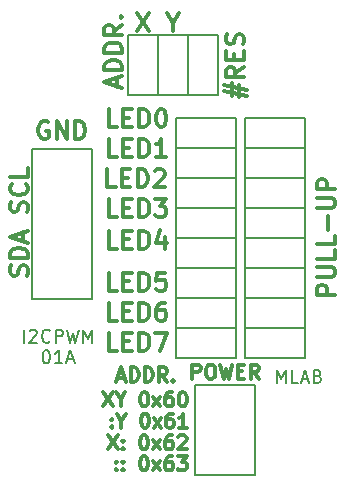
<source format=gbr>
G04 #@! TF.FileFunction,Legend,Top*
%FSLAX46Y46*%
G04 Gerber Fmt 4.6, Leading zero omitted, Abs format (unit mm)*
G04 Created by KiCad (PCBNEW 0.201505051231+5642~23~ubuntu14.04.1-product) date St 6. květen 2015, 10:49:02 CEST*
%MOMM*%
G01*
G04 APERTURE LIST*
%ADD10C,0.300000*%
%ADD11C,0.200000*%
%ADD12C,0.150000*%
G04 APERTURE END LIST*
D10*
D11*
X23312667Y8646381D02*
X23312667Y9746381D01*
X23679333Y8960667D01*
X24046000Y9746381D01*
X24046000Y8646381D01*
X25093619Y8646381D02*
X24569810Y8646381D01*
X24569810Y9746381D01*
X25407905Y8960667D02*
X25931714Y8960667D01*
X25303143Y8646381D02*
X25669810Y9746381D01*
X26036476Y8646381D01*
X26769809Y9222571D02*
X26926952Y9170190D01*
X26979333Y9117810D01*
X27031714Y9013048D01*
X27031714Y8855905D01*
X26979333Y8751143D01*
X26926952Y8698762D01*
X26822190Y8646381D01*
X26403143Y8646381D01*
X26403143Y9746381D01*
X26769809Y9746381D01*
X26874571Y9694000D01*
X26926952Y9641619D01*
X26979333Y9536857D01*
X26979333Y9432095D01*
X26926952Y9327333D01*
X26874571Y9274952D01*
X26769809Y9222571D01*
X26403143Y9222571D01*
D10*
X9795429Y16466429D02*
X9081143Y16466429D01*
X9081143Y17966429D01*
X10295429Y17252143D02*
X10795429Y17252143D01*
X11009715Y16466429D02*
X10295429Y16466429D01*
X10295429Y17966429D01*
X11009715Y17966429D01*
X11652572Y16466429D02*
X11652572Y17966429D01*
X12009715Y17966429D01*
X12224000Y17895000D01*
X12366858Y17752143D01*
X12438286Y17609286D01*
X12509715Y17323571D01*
X12509715Y17109286D01*
X12438286Y16823571D01*
X12366858Y16680714D01*
X12224000Y16537857D01*
X12009715Y16466429D01*
X11652572Y16466429D01*
X13866858Y17966429D02*
X13152572Y17966429D01*
X13081143Y17252143D01*
X13152572Y17323571D01*
X13295429Y17395000D01*
X13652572Y17395000D01*
X13795429Y17323571D01*
X13866858Y17252143D01*
X13938286Y17109286D01*
X13938286Y16752143D01*
X13866858Y16609286D01*
X13795429Y16537857D01*
X13652572Y16466429D01*
X13295429Y16466429D01*
X13152572Y16537857D01*
X13081143Y16609286D01*
D11*
X1894248Y12056381D02*
X1894248Y13156381D01*
X2365677Y13051619D02*
X2418058Y13104000D01*
X2522820Y13156381D01*
X2784724Y13156381D01*
X2889486Y13104000D01*
X2941867Y13051619D01*
X2994248Y12946857D01*
X2994248Y12842095D01*
X2941867Y12684952D01*
X2313296Y12056381D01*
X2994248Y12056381D01*
X4094248Y12161143D02*
X4041867Y12108762D01*
X3884724Y12056381D01*
X3779962Y12056381D01*
X3622820Y12108762D01*
X3518058Y12213524D01*
X3465677Y12318286D01*
X3413296Y12527810D01*
X3413296Y12684952D01*
X3465677Y12894476D01*
X3518058Y12999238D01*
X3622820Y13104000D01*
X3779962Y13156381D01*
X3884724Y13156381D01*
X4041867Y13104000D01*
X4094248Y13051619D01*
X4565677Y12056381D02*
X4565677Y13156381D01*
X4984724Y13156381D01*
X5089486Y13104000D01*
X5141867Y13051619D01*
X5194248Y12946857D01*
X5194248Y12789714D01*
X5141867Y12684952D01*
X5089486Y12632571D01*
X4984724Y12580190D01*
X4565677Y12580190D01*
X5560915Y13156381D02*
X5822820Y12056381D01*
X6032343Y12842095D01*
X6241867Y12056381D01*
X6503772Y13156381D01*
X6922820Y12056381D02*
X6922820Y13156381D01*
X7289486Y12370667D01*
X7656153Y13156381D01*
X7656153Y12056381D01*
X3727582Y11416381D02*
X3832343Y11416381D01*
X3937105Y11364000D01*
X3989486Y11311619D01*
X4041867Y11206857D01*
X4094248Y10997333D01*
X4094248Y10735429D01*
X4041867Y10525905D01*
X3989486Y10421143D01*
X3937105Y10368762D01*
X3832343Y10316381D01*
X3727582Y10316381D01*
X3622820Y10368762D01*
X3570439Y10421143D01*
X3518058Y10525905D01*
X3465677Y10735429D01*
X3465677Y10997333D01*
X3518058Y11206857D01*
X3570439Y11311619D01*
X3622820Y11364000D01*
X3727582Y11416381D01*
X5141867Y10316381D02*
X4513296Y10316381D01*
X4827582Y10316381D02*
X4827582Y11416381D01*
X4722820Y11259238D01*
X4618058Y11154476D01*
X4513296Y11102095D01*
X5560915Y10630667D02*
X6084724Y10630667D01*
X5456153Y10316381D02*
X5822820Y11416381D01*
X6189486Y10316381D01*
D10*
X9703570Y1349429D02*
X9760713Y1292286D01*
X9703570Y1235143D01*
X9646427Y1292286D01*
X9703570Y1349429D01*
X9703570Y1235143D01*
X9703570Y1978000D02*
X9760713Y1920857D01*
X9703570Y1863714D01*
X9646427Y1920857D01*
X9703570Y1978000D01*
X9703570Y1863714D01*
X10274999Y1349429D02*
X10332142Y1292286D01*
X10274999Y1235143D01*
X10217856Y1292286D01*
X10274999Y1349429D01*
X10274999Y1235143D01*
X10274999Y1978000D02*
X10332142Y1920857D01*
X10274999Y1863714D01*
X10217856Y1920857D01*
X10274999Y1978000D01*
X10274999Y1863714D01*
X11989286Y2435143D02*
X12103571Y2435143D01*
X12217857Y2378000D01*
X12275000Y2320857D01*
X12332143Y2206571D01*
X12389286Y1978000D01*
X12389286Y1692286D01*
X12332143Y1463714D01*
X12275000Y1349429D01*
X12217857Y1292286D01*
X12103571Y1235143D01*
X11989286Y1235143D01*
X11875000Y1292286D01*
X11817857Y1349429D01*
X11760714Y1463714D01*
X11703571Y1692286D01*
X11703571Y1978000D01*
X11760714Y2206571D01*
X11817857Y2320857D01*
X11875000Y2378000D01*
X11989286Y2435143D01*
X12789286Y1235143D02*
X13417857Y2035143D01*
X12789286Y2035143D02*
X13417857Y1235143D01*
X14389286Y2435143D02*
X14160715Y2435143D01*
X14046429Y2378000D01*
X13989286Y2320857D01*
X13875000Y2149429D01*
X13817857Y1920857D01*
X13817857Y1463714D01*
X13875000Y1349429D01*
X13932143Y1292286D01*
X14046429Y1235143D01*
X14275000Y1235143D01*
X14389286Y1292286D01*
X14446429Y1349429D01*
X14503572Y1463714D01*
X14503572Y1749429D01*
X14446429Y1863714D01*
X14389286Y1920857D01*
X14275000Y1978000D01*
X14046429Y1978000D01*
X13932143Y1920857D01*
X13875000Y1863714D01*
X13817857Y1749429D01*
X14903572Y2435143D02*
X15646429Y2435143D01*
X15246429Y1978000D01*
X15417857Y1978000D01*
X15532143Y1920857D01*
X15589286Y1863714D01*
X15646429Y1749429D01*
X15646429Y1463714D01*
X15589286Y1349429D01*
X15532143Y1292286D01*
X15417857Y1235143D01*
X15075000Y1235143D01*
X14960714Y1292286D01*
X14903572Y1349429D01*
X9017857Y4213143D02*
X9817857Y3013143D01*
X9817857Y4213143D02*
X9017857Y3013143D01*
X10274999Y3127429D02*
X10332142Y3070286D01*
X10274999Y3013143D01*
X10217856Y3070286D01*
X10274999Y3127429D01*
X10274999Y3013143D01*
X10274999Y3756000D02*
X10332142Y3698857D01*
X10274999Y3641714D01*
X10217856Y3698857D01*
X10274999Y3756000D01*
X10274999Y3641714D01*
X11989286Y4213143D02*
X12103571Y4213143D01*
X12217857Y4156000D01*
X12275000Y4098857D01*
X12332143Y3984571D01*
X12389286Y3756000D01*
X12389286Y3470286D01*
X12332143Y3241714D01*
X12275000Y3127429D01*
X12217857Y3070286D01*
X12103571Y3013143D01*
X11989286Y3013143D01*
X11875000Y3070286D01*
X11817857Y3127429D01*
X11760714Y3241714D01*
X11703571Y3470286D01*
X11703571Y3756000D01*
X11760714Y3984571D01*
X11817857Y4098857D01*
X11875000Y4156000D01*
X11989286Y4213143D01*
X12789286Y3013143D02*
X13417857Y3813143D01*
X12789286Y3813143D02*
X13417857Y3013143D01*
X14389286Y4213143D02*
X14160715Y4213143D01*
X14046429Y4156000D01*
X13989286Y4098857D01*
X13875000Y3927429D01*
X13817857Y3698857D01*
X13817857Y3241714D01*
X13875000Y3127429D01*
X13932143Y3070286D01*
X14046429Y3013143D01*
X14275000Y3013143D01*
X14389286Y3070286D01*
X14446429Y3127429D01*
X14503572Y3241714D01*
X14503572Y3527429D01*
X14446429Y3641714D01*
X14389286Y3698857D01*
X14275000Y3756000D01*
X14046429Y3756000D01*
X13932143Y3698857D01*
X13875000Y3641714D01*
X13817857Y3527429D01*
X14960714Y4098857D02*
X15017857Y4156000D01*
X15132143Y4213143D01*
X15417857Y4213143D01*
X15532143Y4156000D01*
X15589286Y4098857D01*
X15646429Y3984571D01*
X15646429Y3870286D01*
X15589286Y3698857D01*
X14903572Y3013143D01*
X15646429Y3013143D01*
X9322628Y4956229D02*
X9379771Y4899086D01*
X9322628Y4841943D01*
X9265485Y4899086D01*
X9322628Y4956229D01*
X9322628Y4841943D01*
X9322628Y5584800D02*
X9379771Y5527657D01*
X9322628Y5470514D01*
X9265485Y5527657D01*
X9322628Y5584800D01*
X9322628Y5470514D01*
X10122629Y5413371D02*
X10122629Y4841943D01*
X9722629Y6041943D02*
X10122629Y5413371D01*
X10522629Y6041943D01*
X12065486Y6041943D02*
X12179771Y6041943D01*
X12294057Y5984800D01*
X12351200Y5927657D01*
X12408343Y5813371D01*
X12465486Y5584800D01*
X12465486Y5299086D01*
X12408343Y5070514D01*
X12351200Y4956229D01*
X12294057Y4899086D01*
X12179771Y4841943D01*
X12065486Y4841943D01*
X11951200Y4899086D01*
X11894057Y4956229D01*
X11836914Y5070514D01*
X11779771Y5299086D01*
X11779771Y5584800D01*
X11836914Y5813371D01*
X11894057Y5927657D01*
X11951200Y5984800D01*
X12065486Y6041943D01*
X12865486Y4841943D02*
X13494057Y5641943D01*
X12865486Y5641943D02*
X13494057Y4841943D01*
X14465486Y6041943D02*
X14236915Y6041943D01*
X14122629Y5984800D01*
X14065486Y5927657D01*
X13951200Y5756229D01*
X13894057Y5527657D01*
X13894057Y5070514D01*
X13951200Y4956229D01*
X14008343Y4899086D01*
X14122629Y4841943D01*
X14351200Y4841943D01*
X14465486Y4899086D01*
X14522629Y4956229D01*
X14579772Y5070514D01*
X14579772Y5356229D01*
X14522629Y5470514D01*
X14465486Y5527657D01*
X14351200Y5584800D01*
X14122629Y5584800D01*
X14008343Y5527657D01*
X13951200Y5470514D01*
X13894057Y5356229D01*
X15722629Y4841943D02*
X15036914Y4841943D01*
X15379772Y4841943D02*
X15379772Y6041943D01*
X15265486Y5870514D01*
X15151200Y5756229D01*
X15036914Y5699086D01*
X8586115Y7870743D02*
X9386115Y6670743D01*
X9386115Y7870743D02*
X8586115Y6670743D01*
X10071829Y7242171D02*
X10071829Y6670743D01*
X9671829Y7870743D02*
X10071829Y7242171D01*
X10471829Y7870743D01*
X12014686Y7870743D02*
X12128971Y7870743D01*
X12243257Y7813600D01*
X12300400Y7756457D01*
X12357543Y7642171D01*
X12414686Y7413600D01*
X12414686Y7127886D01*
X12357543Y6899314D01*
X12300400Y6785029D01*
X12243257Y6727886D01*
X12128971Y6670743D01*
X12014686Y6670743D01*
X11900400Y6727886D01*
X11843257Y6785029D01*
X11786114Y6899314D01*
X11728971Y7127886D01*
X11728971Y7413600D01*
X11786114Y7642171D01*
X11843257Y7756457D01*
X11900400Y7813600D01*
X12014686Y7870743D01*
X12814686Y6670743D02*
X13443257Y7470743D01*
X12814686Y7470743D02*
X13443257Y6670743D01*
X14414686Y7870743D02*
X14186115Y7870743D01*
X14071829Y7813600D01*
X14014686Y7756457D01*
X13900400Y7585029D01*
X13843257Y7356457D01*
X13843257Y6899314D01*
X13900400Y6785029D01*
X13957543Y6727886D01*
X14071829Y6670743D01*
X14300400Y6670743D01*
X14414686Y6727886D01*
X14471829Y6785029D01*
X14528972Y6899314D01*
X14528972Y7185029D01*
X14471829Y7299314D01*
X14414686Y7356457D01*
X14300400Y7413600D01*
X14071829Y7413600D01*
X13957543Y7356457D01*
X13900400Y7299314D01*
X13843257Y7185029D01*
X15271829Y7870743D02*
X15386114Y7870743D01*
X15500400Y7813600D01*
X15557543Y7756457D01*
X15614686Y7642171D01*
X15671829Y7413600D01*
X15671829Y7127886D01*
X15614686Y6899314D01*
X15557543Y6785029D01*
X15500400Y6727886D01*
X15386114Y6670743D01*
X15271829Y6670743D01*
X15157543Y6727886D01*
X15100400Y6785029D01*
X15043257Y6899314D01*
X14986114Y7127886D01*
X14986114Y7413600D01*
X15043257Y7642171D01*
X15100400Y7756457D01*
X15157543Y7813600D01*
X15271829Y7870743D01*
X9820571Y9096400D02*
X10392000Y9096400D01*
X9706286Y8753543D02*
X10106286Y9953543D01*
X10506286Y8753543D01*
X10906285Y8753543D02*
X10906285Y9953543D01*
X11192000Y9953543D01*
X11363428Y9896400D01*
X11477714Y9782114D01*
X11534857Y9667829D01*
X11592000Y9439257D01*
X11592000Y9267829D01*
X11534857Y9039257D01*
X11477714Y8924971D01*
X11363428Y8810686D01*
X11192000Y8753543D01*
X10906285Y8753543D01*
X12106285Y8753543D02*
X12106285Y9953543D01*
X12392000Y9953543D01*
X12563428Y9896400D01*
X12677714Y9782114D01*
X12734857Y9667829D01*
X12792000Y9439257D01*
X12792000Y9267829D01*
X12734857Y9039257D01*
X12677714Y8924971D01*
X12563428Y8810686D01*
X12392000Y8753543D01*
X12106285Y8753543D01*
X13992000Y8753543D02*
X13592000Y9324971D01*
X13306285Y8753543D02*
X13306285Y9953543D01*
X13763428Y9953543D01*
X13877714Y9896400D01*
X13934857Y9839257D01*
X13992000Y9724971D01*
X13992000Y9553543D01*
X13934857Y9439257D01*
X13877714Y9382114D01*
X13763428Y9324971D01*
X13306285Y9324971D01*
X14506285Y8867829D02*
X14563428Y8810686D01*
X14506285Y8753543D01*
X14449142Y8810686D01*
X14506285Y8867829D01*
X14506285Y8753543D01*
X9775000Y33738714D02*
X9775000Y34453000D01*
X10203571Y33595857D02*
X8703571Y34095857D01*
X10203571Y34595857D01*
X10203571Y35095857D02*
X8703571Y35095857D01*
X8703571Y35453000D01*
X8775000Y35667285D01*
X8917857Y35810143D01*
X9060714Y35881571D01*
X9346429Y35953000D01*
X9560714Y35953000D01*
X9846429Y35881571D01*
X9989286Y35810143D01*
X10132143Y35667285D01*
X10203571Y35453000D01*
X10203571Y35095857D01*
X10203571Y36595857D02*
X8703571Y36595857D01*
X8703571Y36953000D01*
X8775000Y37167285D01*
X8917857Y37310143D01*
X9060714Y37381571D01*
X9346429Y37453000D01*
X9560714Y37453000D01*
X9846429Y37381571D01*
X9989286Y37310143D01*
X10132143Y37167285D01*
X10203571Y36953000D01*
X10203571Y36595857D01*
X10203571Y38953000D02*
X9489286Y38453000D01*
X10203571Y38095857D02*
X8703571Y38095857D01*
X8703571Y38667285D01*
X8775000Y38810143D01*
X8846429Y38881571D01*
X8989286Y38953000D01*
X9203571Y38953000D01*
X9346429Y38881571D01*
X9417857Y38810143D01*
X9489286Y38667285D01*
X9489286Y38095857D01*
X10060714Y39595857D02*
X10132143Y39667285D01*
X10203571Y39595857D01*
X10132143Y39524428D01*
X10060714Y39595857D01*
X10203571Y39595857D01*
X14478000Y39151714D02*
X14478000Y38437429D01*
X13978000Y39937429D02*
X14478000Y39151714D01*
X14978000Y39937429D01*
X11438001Y39937429D02*
X12438001Y38437429D01*
X12438001Y39937429D02*
X11438001Y38437429D01*
X19490571Y32952857D02*
X19490571Y34024286D01*
X18847714Y33381429D02*
X20776286Y32952857D01*
X20133429Y33881429D02*
X20133429Y32810000D01*
X20776286Y33452857D02*
X18847714Y33881429D01*
X20490571Y35381429D02*
X19776286Y34881429D01*
X20490571Y34524286D02*
X18990571Y34524286D01*
X18990571Y35095714D01*
X19062000Y35238572D01*
X19133429Y35310000D01*
X19276286Y35381429D01*
X19490571Y35381429D01*
X19633429Y35310000D01*
X19704857Y35238572D01*
X19776286Y35095714D01*
X19776286Y34524286D01*
X19704857Y36024286D02*
X19704857Y36524286D01*
X20490571Y36738572D02*
X20490571Y36024286D01*
X18990571Y36024286D01*
X18990571Y36738572D01*
X20419143Y37310000D02*
X20490571Y37524286D01*
X20490571Y37881429D01*
X20419143Y38024286D01*
X20347714Y38095715D01*
X20204857Y38167143D01*
X20062000Y38167143D01*
X19919143Y38095715D01*
X19847714Y38024286D01*
X19776286Y37881429D01*
X19704857Y37595715D01*
X19633429Y37452857D01*
X19562000Y37381429D01*
X19419143Y37310000D01*
X19276286Y37310000D01*
X19133429Y37381429D01*
X19062000Y37452857D01*
X18990571Y37595715D01*
X18990571Y37952857D01*
X19062000Y38167143D01*
X3937143Y30722000D02*
X3794286Y30793429D01*
X3580000Y30793429D01*
X3365715Y30722000D01*
X3222857Y30579143D01*
X3151429Y30436286D01*
X3080000Y30150571D01*
X3080000Y29936286D01*
X3151429Y29650571D01*
X3222857Y29507714D01*
X3365715Y29364857D01*
X3580000Y29293429D01*
X3722857Y29293429D01*
X3937143Y29364857D01*
X4008572Y29436286D01*
X4008572Y29936286D01*
X3722857Y29936286D01*
X4651429Y29293429D02*
X4651429Y30793429D01*
X5508572Y29293429D01*
X5508572Y30793429D01*
X6222858Y29293429D02*
X6222858Y30793429D01*
X6580001Y30793429D01*
X6794286Y30722000D01*
X6937144Y30579143D01*
X7008572Y30436286D01*
X7080001Y30150571D01*
X7080001Y29936286D01*
X7008572Y29650571D01*
X6937144Y29507714D01*
X6794286Y29364857D01*
X6580001Y29293429D01*
X6222858Y29293429D01*
X2131143Y17736572D02*
X2202571Y17950858D01*
X2202571Y18308001D01*
X2131143Y18450858D01*
X2059714Y18522287D01*
X1916857Y18593715D01*
X1774000Y18593715D01*
X1631143Y18522287D01*
X1559714Y18450858D01*
X1488286Y18308001D01*
X1416857Y18022287D01*
X1345429Y17879429D01*
X1274000Y17808001D01*
X1131143Y17736572D01*
X988286Y17736572D01*
X845429Y17808001D01*
X774000Y17879429D01*
X702571Y18022287D01*
X702571Y18379429D01*
X774000Y18593715D01*
X2202571Y19236572D02*
X702571Y19236572D01*
X702571Y19593715D01*
X774000Y19808000D01*
X916857Y19950858D01*
X1059714Y20022286D01*
X1345429Y20093715D01*
X1559714Y20093715D01*
X1845429Y20022286D01*
X1988286Y19950858D01*
X2131143Y19808000D01*
X2202571Y19593715D01*
X2202571Y19236572D01*
X1774000Y20665143D02*
X1774000Y21379429D01*
X2202571Y20522286D02*
X702571Y21022286D01*
X2202571Y21522286D01*
X2131143Y23106286D02*
X2202571Y23320572D01*
X2202571Y23677715D01*
X2131143Y23820572D01*
X2059714Y23892001D01*
X1916857Y23963429D01*
X1774000Y23963429D01*
X1631143Y23892001D01*
X1559714Y23820572D01*
X1488286Y23677715D01*
X1416857Y23392001D01*
X1345429Y23249143D01*
X1274000Y23177715D01*
X1131143Y23106286D01*
X988286Y23106286D01*
X845429Y23177715D01*
X774000Y23249143D01*
X702571Y23392001D01*
X702571Y23749143D01*
X774000Y23963429D01*
X2059714Y25463429D02*
X2131143Y25392000D01*
X2202571Y25177714D01*
X2202571Y25034857D01*
X2131143Y24820572D01*
X1988286Y24677714D01*
X1845429Y24606286D01*
X1559714Y24534857D01*
X1345429Y24534857D01*
X1059714Y24606286D01*
X916857Y24677714D01*
X774000Y24820572D01*
X702571Y25034857D01*
X702571Y25177714D01*
X774000Y25392000D01*
X845429Y25463429D01*
X2202571Y26820572D02*
X2202571Y26106286D01*
X702571Y26106286D01*
X16151571Y8982143D02*
X16151571Y10182143D01*
X16608714Y10182143D01*
X16723000Y10125000D01*
X16780143Y10067857D01*
X16837286Y9953571D01*
X16837286Y9782143D01*
X16780143Y9667857D01*
X16723000Y9610714D01*
X16608714Y9553571D01*
X16151571Y9553571D01*
X17580143Y10182143D02*
X17808714Y10182143D01*
X17923000Y10125000D01*
X18037286Y10010714D01*
X18094428Y9782143D01*
X18094428Y9382143D01*
X18037286Y9153571D01*
X17923000Y9039286D01*
X17808714Y8982143D01*
X17580143Y8982143D01*
X17465857Y9039286D01*
X17351571Y9153571D01*
X17294428Y9382143D01*
X17294428Y9782143D01*
X17351571Y10010714D01*
X17465857Y10125000D01*
X17580143Y10182143D01*
X18494429Y10182143D02*
X18780143Y8982143D01*
X19008714Y9839286D01*
X19237286Y8982143D01*
X19523000Y10182143D01*
X19980143Y9610714D02*
X20380143Y9610714D01*
X20551572Y8982143D02*
X19980143Y8982143D01*
X19980143Y10182143D01*
X20551572Y10182143D01*
X21751572Y8982143D02*
X21351572Y9553571D01*
X21065857Y8982143D02*
X21065857Y10182143D01*
X21523000Y10182143D01*
X21637286Y10125000D01*
X21694429Y10067857D01*
X21751572Y9953571D01*
X21751572Y9782143D01*
X21694429Y9667857D01*
X21637286Y9610714D01*
X21523000Y9553571D01*
X21065857Y9553571D01*
X9795429Y11386429D02*
X9081143Y11386429D01*
X9081143Y12886429D01*
X10295429Y12172143D02*
X10795429Y12172143D01*
X11009715Y11386429D02*
X10295429Y11386429D01*
X10295429Y12886429D01*
X11009715Y12886429D01*
X11652572Y11386429D02*
X11652572Y12886429D01*
X12009715Y12886429D01*
X12224000Y12815000D01*
X12366858Y12672143D01*
X12438286Y12529286D01*
X12509715Y12243571D01*
X12509715Y12029286D01*
X12438286Y11743571D01*
X12366858Y11600714D01*
X12224000Y11457857D01*
X12009715Y11386429D01*
X11652572Y11386429D01*
X13009715Y12886429D02*
X14009715Y12886429D01*
X13366858Y11386429D01*
X9795429Y13926429D02*
X9081143Y13926429D01*
X9081143Y15426429D01*
X10295429Y14712143D02*
X10795429Y14712143D01*
X11009715Y13926429D02*
X10295429Y13926429D01*
X10295429Y15426429D01*
X11009715Y15426429D01*
X11652572Y13926429D02*
X11652572Y15426429D01*
X12009715Y15426429D01*
X12224000Y15355000D01*
X12366858Y15212143D01*
X12438286Y15069286D01*
X12509715Y14783571D01*
X12509715Y14569286D01*
X12438286Y14283571D01*
X12366858Y14140714D01*
X12224000Y13997857D01*
X12009715Y13926429D01*
X11652572Y13926429D01*
X13795429Y15426429D02*
X13509715Y15426429D01*
X13366858Y15355000D01*
X13295429Y15283571D01*
X13152572Y15069286D01*
X13081143Y14783571D01*
X13081143Y14212143D01*
X13152572Y14069286D01*
X13224000Y13997857D01*
X13366858Y13926429D01*
X13652572Y13926429D01*
X13795429Y13997857D01*
X13866858Y14069286D01*
X13938286Y14212143D01*
X13938286Y14569286D01*
X13866858Y14712143D01*
X13795429Y14783571D01*
X13652572Y14855000D01*
X13366858Y14855000D01*
X13224000Y14783571D01*
X13152572Y14712143D01*
X13081143Y14569286D01*
X9795429Y20022429D02*
X9081143Y20022429D01*
X9081143Y21522429D01*
X10295429Y20808143D02*
X10795429Y20808143D01*
X11009715Y20022429D02*
X10295429Y20022429D01*
X10295429Y21522429D01*
X11009715Y21522429D01*
X11652572Y20022429D02*
X11652572Y21522429D01*
X12009715Y21522429D01*
X12224000Y21451000D01*
X12366858Y21308143D01*
X12438286Y21165286D01*
X12509715Y20879571D01*
X12509715Y20665286D01*
X12438286Y20379571D01*
X12366858Y20236714D01*
X12224000Y20093857D01*
X12009715Y20022429D01*
X11652572Y20022429D01*
X13795429Y21022429D02*
X13795429Y20022429D01*
X13438286Y21593857D02*
X13081143Y20522429D01*
X14009715Y20522429D01*
X9795429Y30309429D02*
X9081143Y30309429D01*
X9081143Y31809429D01*
X10295429Y31095143D02*
X10795429Y31095143D01*
X11009715Y30309429D02*
X10295429Y30309429D01*
X10295429Y31809429D01*
X11009715Y31809429D01*
X11652572Y30309429D02*
X11652572Y31809429D01*
X12009715Y31809429D01*
X12224000Y31738000D01*
X12366858Y31595143D01*
X12438286Y31452286D01*
X12509715Y31166571D01*
X12509715Y30952286D01*
X12438286Y30666571D01*
X12366858Y30523714D01*
X12224000Y30380857D01*
X12009715Y30309429D01*
X11652572Y30309429D01*
X13438286Y31809429D02*
X13581143Y31809429D01*
X13724000Y31738000D01*
X13795429Y31666571D01*
X13866858Y31523714D01*
X13938286Y31238000D01*
X13938286Y30880857D01*
X13866858Y30595143D01*
X13795429Y30452286D01*
X13724000Y30380857D01*
X13581143Y30309429D01*
X13438286Y30309429D01*
X13295429Y30380857D01*
X13224000Y30452286D01*
X13152572Y30595143D01*
X13081143Y30880857D01*
X13081143Y31238000D01*
X13152572Y31523714D01*
X13224000Y31666571D01*
X13295429Y31738000D01*
X13438286Y31809429D01*
X9795429Y27769429D02*
X9081143Y27769429D01*
X9081143Y29269429D01*
X10295429Y28555143D02*
X10795429Y28555143D01*
X11009715Y27769429D02*
X10295429Y27769429D01*
X10295429Y29269429D01*
X11009715Y29269429D01*
X11652572Y27769429D02*
X11652572Y29269429D01*
X12009715Y29269429D01*
X12224000Y29198000D01*
X12366858Y29055143D01*
X12438286Y28912286D01*
X12509715Y28626571D01*
X12509715Y28412286D01*
X12438286Y28126571D01*
X12366858Y27983714D01*
X12224000Y27840857D01*
X12009715Y27769429D01*
X11652572Y27769429D01*
X13938286Y27769429D02*
X13081143Y27769429D01*
X13509715Y27769429D02*
X13509715Y29269429D01*
X13366858Y29055143D01*
X13224000Y28912286D01*
X13081143Y28840857D01*
X9668429Y25229429D02*
X8954143Y25229429D01*
X8954143Y26729429D01*
X10168429Y26015143D02*
X10668429Y26015143D01*
X10882715Y25229429D02*
X10168429Y25229429D01*
X10168429Y26729429D01*
X10882715Y26729429D01*
X11525572Y25229429D02*
X11525572Y26729429D01*
X11882715Y26729429D01*
X12097000Y26658000D01*
X12239858Y26515143D01*
X12311286Y26372286D01*
X12382715Y26086571D01*
X12382715Y25872286D01*
X12311286Y25586571D01*
X12239858Y25443714D01*
X12097000Y25300857D01*
X11882715Y25229429D01*
X11525572Y25229429D01*
X12954143Y26586571D02*
X13025572Y26658000D01*
X13168429Y26729429D01*
X13525572Y26729429D01*
X13668429Y26658000D01*
X13739858Y26586571D01*
X13811286Y26443714D01*
X13811286Y26300857D01*
X13739858Y26086571D01*
X12882715Y25229429D01*
X13811286Y25229429D01*
X9795429Y22689429D02*
X9081143Y22689429D01*
X9081143Y24189429D01*
X10295429Y23475143D02*
X10795429Y23475143D01*
X11009715Y22689429D02*
X10295429Y22689429D01*
X10295429Y24189429D01*
X11009715Y24189429D01*
X11652572Y22689429D02*
X11652572Y24189429D01*
X12009715Y24189429D01*
X12224000Y24118000D01*
X12366858Y23975143D01*
X12438286Y23832286D01*
X12509715Y23546571D01*
X12509715Y23332286D01*
X12438286Y23046571D01*
X12366858Y22903714D01*
X12224000Y22760857D01*
X12009715Y22689429D01*
X11652572Y22689429D01*
X13009715Y24189429D02*
X13938286Y24189429D01*
X13438286Y23618000D01*
X13652572Y23618000D01*
X13795429Y23546571D01*
X13866858Y23475143D01*
X13938286Y23332286D01*
X13938286Y22975143D01*
X13866858Y22832286D01*
X13795429Y22760857D01*
X13652572Y22689429D01*
X13224000Y22689429D01*
X13081143Y22760857D01*
X13009715Y22832286D01*
X28237571Y16097857D02*
X26737571Y16097857D01*
X26737571Y16669285D01*
X26809000Y16812143D01*
X26880429Y16883571D01*
X27023286Y16955000D01*
X27237571Y16955000D01*
X27380429Y16883571D01*
X27451857Y16812143D01*
X27523286Y16669285D01*
X27523286Y16097857D01*
X26737571Y17597857D02*
X27951857Y17597857D01*
X28094714Y17669285D01*
X28166143Y17740714D01*
X28237571Y17883571D01*
X28237571Y18169285D01*
X28166143Y18312143D01*
X28094714Y18383571D01*
X27951857Y18455000D01*
X26737571Y18455000D01*
X28237571Y19883572D02*
X28237571Y19169286D01*
X26737571Y19169286D01*
X28237571Y21097858D02*
X28237571Y20383572D01*
X26737571Y20383572D01*
X27666143Y21597858D02*
X27666143Y22740715D01*
X26737571Y23455001D02*
X27951857Y23455001D01*
X28094714Y23526429D01*
X28166143Y23597858D01*
X28237571Y23740715D01*
X28237571Y24026429D01*
X28166143Y24169287D01*
X28094714Y24240715D01*
X27951857Y24312144D01*
X26737571Y24312144D01*
X28237571Y25026430D02*
X26737571Y25026430D01*
X26737571Y25597858D01*
X26809000Y25740716D01*
X26880429Y25812144D01*
X27023286Y25883573D01*
X27237571Y25883573D01*
X27380429Y25812144D01*
X27451857Y25740716D01*
X27523286Y25597858D01*
X27523286Y25026430D01*
D12*
X21463000Y889000D02*
X16383000Y889000D01*
X16383000Y889000D02*
X16383000Y8509000D01*
X16383000Y8509000D02*
X21463000Y8509000D01*
X21463000Y8509000D02*
X21463000Y889000D01*
X20574000Y28575000D02*
X25654000Y28575000D01*
X25654000Y28575000D02*
X25654000Y26035000D01*
X25654000Y26035000D02*
X20574000Y26035000D01*
X20574000Y26035000D02*
X20574000Y28575000D01*
X14732000Y13335000D02*
X19812000Y13335000D01*
X19812000Y13335000D02*
X19812000Y10795000D01*
X19812000Y10795000D02*
X14732000Y10795000D01*
X14732000Y10795000D02*
X14732000Y13335000D01*
X14732000Y15875000D02*
X19812000Y15875000D01*
X19812000Y15875000D02*
X19812000Y13335000D01*
X19812000Y13335000D02*
X14732000Y13335000D01*
X14732000Y13335000D02*
X14732000Y15875000D01*
X14732000Y18415000D02*
X19812000Y18415000D01*
X19812000Y18415000D02*
X19812000Y15875000D01*
X19812000Y15875000D02*
X14732000Y15875000D01*
X14732000Y15875000D02*
X14732000Y18415000D01*
X14732000Y20955000D02*
X19812000Y20955000D01*
X19812000Y20955000D02*
X19812000Y18415000D01*
X19812000Y18415000D02*
X14732000Y18415000D01*
X14732000Y18415000D02*
X14732000Y20955000D01*
X14732000Y23495000D02*
X19812000Y23495000D01*
X19812000Y23495000D02*
X19812000Y20955000D01*
X19812000Y20955000D02*
X14732000Y20955000D01*
X14732000Y20955000D02*
X14732000Y23495000D01*
X14732000Y26035000D02*
X19812000Y26035000D01*
X19812000Y26035000D02*
X19812000Y23495000D01*
X19812000Y23495000D02*
X14732000Y23495000D01*
X14732000Y23495000D02*
X14732000Y26035000D01*
X14732000Y28575000D02*
X19812000Y28575000D01*
X19812000Y28575000D02*
X19812000Y26035000D01*
X19812000Y26035000D02*
X14732000Y26035000D01*
X14732000Y26035000D02*
X14732000Y28575000D01*
X14732000Y31115000D02*
X19812000Y31115000D01*
X19812000Y31115000D02*
X19812000Y28575000D01*
X19812000Y28575000D02*
X14732000Y28575000D01*
X14732000Y28575000D02*
X14732000Y31115000D01*
X20574000Y13335000D02*
X25654000Y13335000D01*
X25654000Y13335000D02*
X25654000Y10795000D01*
X25654000Y10795000D02*
X20574000Y10795000D01*
X20574000Y10795000D02*
X20574000Y13335000D01*
X20574000Y15875000D02*
X25654000Y15875000D01*
X25654000Y15875000D02*
X25654000Y13335000D01*
X25654000Y13335000D02*
X20574000Y13335000D01*
X20574000Y13335000D02*
X20574000Y15875000D01*
X20574000Y18415000D02*
X25654000Y18415000D01*
X25654000Y18415000D02*
X25654000Y15875000D01*
X25654000Y15875000D02*
X20574000Y15875000D01*
X20574000Y15875000D02*
X20574000Y18415000D01*
X20574000Y20955000D02*
X25654000Y20955000D01*
X25654000Y20955000D02*
X25654000Y18415000D01*
X25654000Y18415000D02*
X20574000Y18415000D01*
X20574000Y18415000D02*
X20574000Y20955000D01*
X20574000Y23495000D02*
X25654000Y23495000D01*
X25654000Y23495000D02*
X25654000Y20955000D01*
X25654000Y20955000D02*
X20574000Y20955000D01*
X20574000Y20955000D02*
X20574000Y23495000D01*
X20574000Y26035000D02*
X25654000Y26035000D01*
X25654000Y26035000D02*
X25654000Y23495000D01*
X25654000Y23495000D02*
X20574000Y23495000D01*
X20574000Y23495000D02*
X20574000Y26035000D01*
X20574000Y31115000D02*
X25654000Y31115000D01*
X25654000Y31115000D02*
X25654000Y28575000D01*
X25654000Y28575000D02*
X20574000Y28575000D01*
X20574000Y28575000D02*
X20574000Y31115000D01*
X15748000Y33020000D02*
X15748000Y38100000D01*
X15748000Y38100000D02*
X18288000Y38100000D01*
X18288000Y38100000D02*
X18288000Y33020000D01*
X18288000Y33020000D02*
X15748000Y33020000D01*
X7620000Y15748000D02*
X2540000Y15748000D01*
X2540000Y15748000D02*
X2540000Y28448000D01*
X2540000Y28448000D02*
X7620000Y28448000D01*
X7620000Y28448000D02*
X7620000Y15748000D01*
X15748000Y38100000D02*
X15748000Y33020000D01*
X15748000Y33020000D02*
X13208000Y33020000D01*
X13208000Y33020000D02*
X13208000Y38100000D01*
X13208000Y38100000D02*
X15748000Y38100000D01*
X13208000Y38100000D02*
X13208000Y33020000D01*
X13208000Y33020000D02*
X10668000Y33020000D01*
X10668000Y33020000D02*
X10668000Y38100000D01*
X10668000Y38100000D02*
X13208000Y38100000D01*
M02*

</source>
